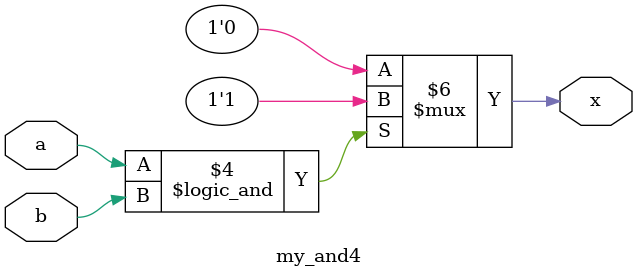
<source format=v>
`timescale 1ns / 1ps
module my_and4(a, b, x);
	input a, b;
	output x;
	reg x;
	
	always @(a, b) begin
	if(a == 1 && b == 1)
		x = 1'b1;
	else
		x = 1'b0;
	end
endmodule

</source>
